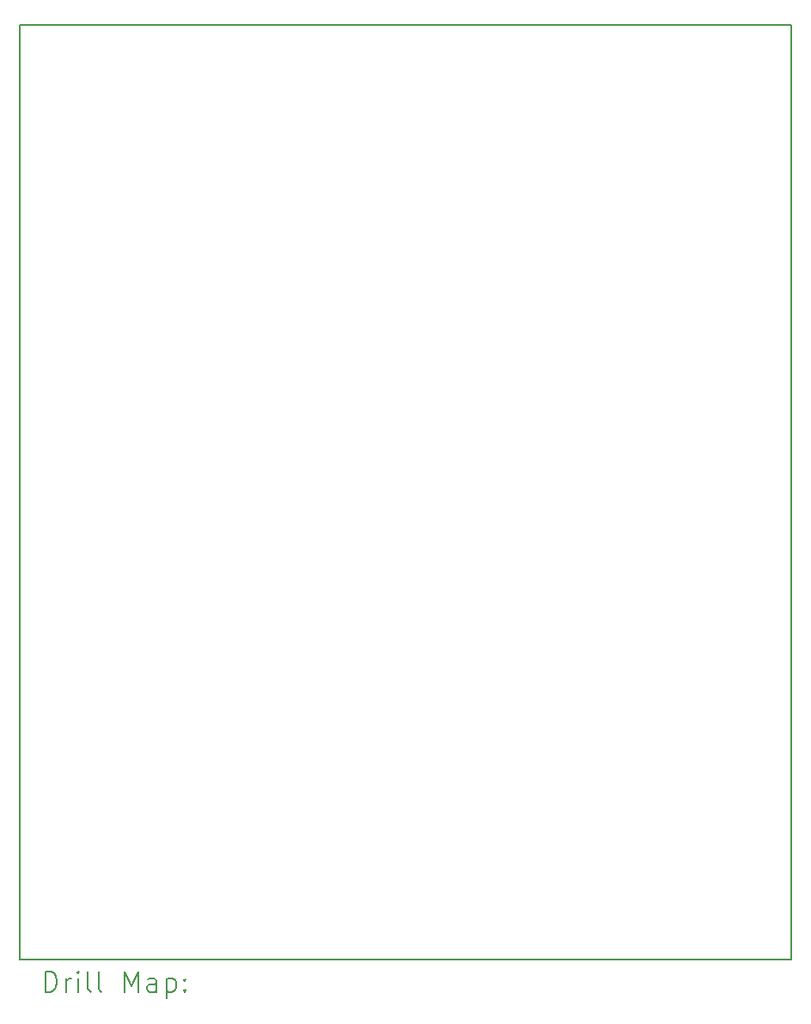
<source format=gbr>
%TF.GenerationSoftware,KiCad,Pcbnew,6.0.11-2627ca5db0~126~ubuntu20.04.1*%
%TF.CreationDate,2023-07-01T13:06:48-04:00*%
%TF.ProjectId,MoistureSensorBreakout,4d6f6973-7475-4726-9553-656e736f7242,rev?*%
%TF.SameCoordinates,Original*%
%TF.FileFunction,Drillmap*%
%TF.FilePolarity,Positive*%
%FSLAX45Y45*%
G04 Gerber Fmt 4.5, Leading zero omitted, Abs format (unit mm)*
G04 Created by KiCad (PCBNEW 6.0.11-2627ca5db0~126~ubuntu20.04.1) date 2023-07-01 13:06:48*
%MOMM*%
%LPD*%
G01*
G04 APERTURE LIST*
%ADD10C,0.150000*%
%ADD11C,0.200000*%
G04 APERTURE END LIST*
D10*
X10900000Y-4825000D02*
X18500000Y-4825000D01*
X18500000Y-4825000D02*
X18500000Y-14025000D01*
X18500000Y-14025000D02*
X10900000Y-14025000D01*
X10900000Y-14025000D02*
X10900000Y-4825000D01*
D11*
X11150119Y-14342976D02*
X11150119Y-14142976D01*
X11197738Y-14142976D01*
X11226309Y-14152500D01*
X11245357Y-14171548D01*
X11254881Y-14190595D01*
X11264405Y-14228690D01*
X11264405Y-14257262D01*
X11254881Y-14295357D01*
X11245357Y-14314405D01*
X11226309Y-14333452D01*
X11197738Y-14342976D01*
X11150119Y-14342976D01*
X11350119Y-14342976D02*
X11350119Y-14209643D01*
X11350119Y-14247738D02*
X11359643Y-14228690D01*
X11369167Y-14219167D01*
X11388214Y-14209643D01*
X11407262Y-14209643D01*
X11473928Y-14342976D02*
X11473928Y-14209643D01*
X11473928Y-14142976D02*
X11464405Y-14152500D01*
X11473928Y-14162024D01*
X11483452Y-14152500D01*
X11473928Y-14142976D01*
X11473928Y-14162024D01*
X11597738Y-14342976D02*
X11578690Y-14333452D01*
X11569167Y-14314405D01*
X11569167Y-14142976D01*
X11702500Y-14342976D02*
X11683452Y-14333452D01*
X11673928Y-14314405D01*
X11673928Y-14142976D01*
X11931071Y-14342976D02*
X11931071Y-14142976D01*
X11997738Y-14285833D01*
X12064405Y-14142976D01*
X12064405Y-14342976D01*
X12245357Y-14342976D02*
X12245357Y-14238214D01*
X12235833Y-14219167D01*
X12216786Y-14209643D01*
X12178690Y-14209643D01*
X12159643Y-14219167D01*
X12245357Y-14333452D02*
X12226309Y-14342976D01*
X12178690Y-14342976D01*
X12159643Y-14333452D01*
X12150119Y-14314405D01*
X12150119Y-14295357D01*
X12159643Y-14276309D01*
X12178690Y-14266786D01*
X12226309Y-14266786D01*
X12245357Y-14257262D01*
X12340595Y-14209643D02*
X12340595Y-14409643D01*
X12340595Y-14219167D02*
X12359643Y-14209643D01*
X12397738Y-14209643D01*
X12416786Y-14219167D01*
X12426309Y-14228690D01*
X12435833Y-14247738D01*
X12435833Y-14304881D01*
X12426309Y-14323928D01*
X12416786Y-14333452D01*
X12397738Y-14342976D01*
X12359643Y-14342976D01*
X12340595Y-14333452D01*
X12521548Y-14323928D02*
X12531071Y-14333452D01*
X12521548Y-14342976D01*
X12512024Y-14333452D01*
X12521548Y-14323928D01*
X12521548Y-14342976D01*
X12521548Y-14219167D02*
X12531071Y-14228690D01*
X12521548Y-14238214D01*
X12512024Y-14228690D01*
X12521548Y-14219167D01*
X12521548Y-14238214D01*
M02*

</source>
